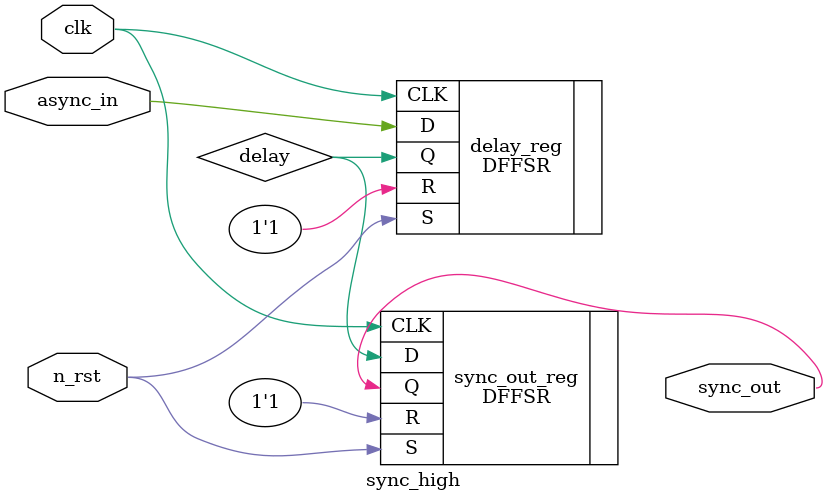
<source format=v>


module sync_high ( clk, n_rst, async_in, sync_out );
  input clk, n_rst, async_in;
  output sync_out;
  wire   delay;

  DFFSR delay_reg ( .D(async_in), .CLK(clk), .R(1'b1), .S(n_rst), .Q(delay) );
  DFFSR sync_out_reg ( .D(delay), .CLK(clk), .R(1'b1), .S(n_rst), .Q(sync_out)
         );
endmodule


</source>
